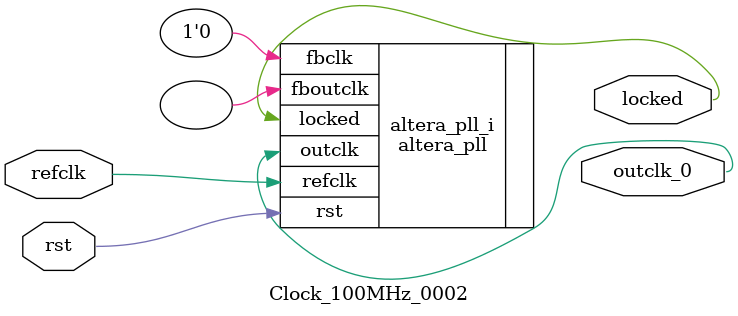
<source format=v>
`timescale 1ns/10ps
module  Clock_100MHz_0002(

	// interface 'refclk'
	input wire refclk,

	// interface 'reset'
	input wire rst,

	// interface 'outclk0'
	output wire outclk_0,

	// interface 'locked'
	output wire locked
);

	altera_pll #(
		.fractional_vco_multiplier("false"),
		.reference_clock_frequency("50.0 MHz"),
		.operation_mode("direct"),
		.number_of_clocks(1),
		.output_clock_frequency0("100.000000 MHz"),
		.phase_shift0("0 ps"),
		.duty_cycle0(50),
		.output_clock_frequency1("0 MHz"),
		.phase_shift1("0 ps"),
		.duty_cycle1(50),
		.output_clock_frequency2("0 MHz"),
		.phase_shift2("0 ps"),
		.duty_cycle2(50),
		.output_clock_frequency3("0 MHz"),
		.phase_shift3("0 ps"),
		.duty_cycle3(50),
		.output_clock_frequency4("0 MHz"),
		.phase_shift4("0 ps"),
		.duty_cycle4(50),
		.output_clock_frequency5("0 MHz"),
		.phase_shift5("0 ps"),
		.duty_cycle5(50),
		.output_clock_frequency6("0 MHz"),
		.phase_shift6("0 ps"),
		.duty_cycle6(50),
		.output_clock_frequency7("0 MHz"),
		.phase_shift7("0 ps"),
		.duty_cycle7(50),
		.output_clock_frequency8("0 MHz"),
		.phase_shift8("0 ps"),
		.duty_cycle8(50),
		.output_clock_frequency9("0 MHz"),
		.phase_shift9("0 ps"),
		.duty_cycle9(50),
		.output_clock_frequency10("0 MHz"),
		.phase_shift10("0 ps"),
		.duty_cycle10(50),
		.output_clock_frequency11("0 MHz"),
		.phase_shift11("0 ps"),
		.duty_cycle11(50),
		.output_clock_frequency12("0 MHz"),
		.phase_shift12("0 ps"),
		.duty_cycle12(50),
		.output_clock_frequency13("0 MHz"),
		.phase_shift13("0 ps"),
		.duty_cycle13(50),
		.output_clock_frequency14("0 MHz"),
		.phase_shift14("0 ps"),
		.duty_cycle14(50),
		.output_clock_frequency15("0 MHz"),
		.phase_shift15("0 ps"),
		.duty_cycle15(50),
		.output_clock_frequency16("0 MHz"),
		.phase_shift16("0 ps"),
		.duty_cycle16(50),
		.output_clock_frequency17("0 MHz"),
		.phase_shift17("0 ps"),
		.duty_cycle17(50),
		.pll_type("General"),
		.pll_subtype("General")
	) altera_pll_i (
		.rst	(rst),
		.outclk	({outclk_0}),
		.locked	(locked),
		.fboutclk	( ),
		.fbclk	(1'b0),
		.refclk	(refclk)
	);
endmodule


</source>
